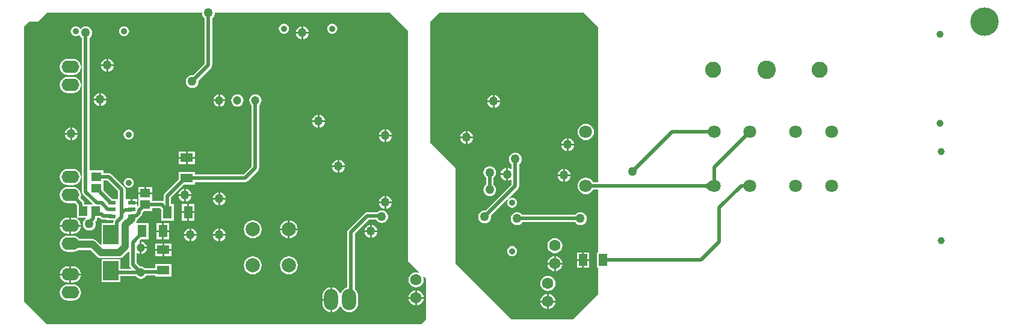
<source format=gbl>
G04*
G04 #@! TF.GenerationSoftware,Altium Limited,Altium Designer,20.0.10 (225)*
G04*
G04 Layer_Physical_Order=2*
G04 Layer_Color=16711680*
%FSLAX24Y24*%
%MOIN*%
G70*
G01*
G75*
%ADD18R,0.0472X0.0650*%
%ADD24R,0.0453X0.0531*%
%ADD27R,0.0551X0.0512*%
%ADD28R,0.0709X0.0512*%
%ADD70C,0.0200*%
%ADD71C,0.0500*%
%ADD75C,0.1575*%
%ADD76C,0.0630*%
%ADD77C,0.0354*%
%ADD78O,0.0787X0.1181*%
%ADD79O,0.0984X0.0689*%
%ADD80C,0.0394*%
%ADD81C,0.0787*%
%ADD82C,0.0472*%
%ADD83C,0.1024*%
%ADD84C,0.0886*%
%ADD85C,0.0709*%
%ADD86C,0.0500*%
%ADD87R,0.0866X0.1063*%
%ADD88R,0.0512X0.0709*%
%ADD89R,0.0394X0.0236*%
%ADD90C,0.0400*%
G36*
X31750Y26500D02*
Y13750D01*
X32365Y13135D01*
X32337Y13092D01*
X32308Y13104D01*
X32200Y13119D01*
X32092Y13104D01*
X31991Y13062D01*
X31904Y12996D01*
X31838Y12909D01*
X31796Y12808D01*
X31781Y12700D01*
X31796Y12592D01*
X31838Y12491D01*
X31904Y12404D01*
X31991Y12338D01*
X32092Y12296D01*
X32200Y12281D01*
X32308Y12296D01*
X32409Y12338D01*
X32496Y12404D01*
X32562Y12491D01*
X32604Y12592D01*
X32619Y12700D01*
X32604Y12808D01*
X32592Y12837D01*
X32635Y12865D01*
X32750Y12750D01*
Y10500D01*
X32500Y10250D01*
X11750D01*
X10500Y11500D01*
Y26750D01*
X10750Y27000D01*
X11250D01*
X11750Y27500D01*
X20347D01*
X20359Y27409D01*
X20394Y27323D01*
X20450Y27250D01*
X20496Y27215D01*
Y24684D01*
X19857Y24046D01*
X19800Y24053D01*
X19709Y24041D01*
X19623Y24006D01*
X19550Y23950D01*
X19494Y23877D01*
X19459Y23791D01*
X19447Y23700D01*
X19459Y23609D01*
X19494Y23523D01*
X19550Y23450D01*
X19623Y23394D01*
X19709Y23359D01*
X19800Y23347D01*
X19891Y23359D01*
X19977Y23394D01*
X20050Y23450D01*
X20106Y23523D01*
X20141Y23609D01*
X20153Y23700D01*
X20145Y23757D01*
X20844Y24456D01*
X20888Y24522D01*
X20904Y24600D01*
Y27215D01*
X20950Y27250D01*
X21006Y27323D01*
X21041Y27409D01*
X21053Y27500D01*
X30750D01*
X31750Y26500D01*
D02*
G37*
G36*
X48154Y18010D02*
X48185Y18011D01*
X48216Y18016D01*
X48246Y18023D01*
X48276Y18033D01*
X48307Y18047D01*
X48337Y18063D01*
X48367Y18082D01*
X48397Y18104D01*
X48427Y18128D01*
X48456Y18156D01*
X48448Y17660D01*
X48419Y17689D01*
X48391Y17714D01*
X48362Y17737D01*
X48332Y17756D01*
X48303Y17773D01*
X48273Y17786D01*
X48243Y17797D01*
X48212Y17804D01*
X48182Y17809D01*
X48151Y17810D01*
X48154Y18010D01*
D02*
G37*
G36*
X42300Y26700D02*
Y18108D01*
X42006D01*
X41996Y18133D01*
X41923Y18228D01*
X41828Y18301D01*
X41717Y18347D01*
X41599Y18362D01*
X41480Y18347D01*
X41370Y18301D01*
X41275Y18228D01*
X41202Y18133D01*
X41156Y18023D01*
X41141Y17904D01*
X41156Y17785D01*
X41202Y17675D01*
X41275Y17580D01*
X41370Y17507D01*
X41480Y17461D01*
X41599Y17446D01*
X41717Y17461D01*
X41828Y17507D01*
X41923Y17580D01*
X41996Y17675D01*
X42006Y17700D01*
X42300D01*
Y14225D01*
X42215D01*
Y13375D01*
X42300D01*
Y11900D01*
X40900Y10500D01*
X37500D01*
X34400Y13600D01*
Y18900D01*
X33000Y20300D01*
Y27000D01*
X33500Y27500D01*
X41500D01*
X42300Y26700D01*
D02*
G37*
%LPC*%
G36*
X25950Y26746D02*
Y26450D01*
X26246D01*
X26241Y26491D01*
X26206Y26577D01*
X26150Y26650D01*
X26077Y26706D01*
X25991Y26741D01*
X25950Y26746D01*
D02*
G37*
G36*
X25850D02*
X25809Y26741D01*
X25723Y26706D01*
X25650Y26650D01*
X25594Y26577D01*
X25559Y26491D01*
X25554Y26450D01*
X25850D01*
Y26746D01*
D02*
G37*
G36*
X27556Y26902D02*
X27484Y26892D01*
X27417Y26864D01*
X27359Y26820D01*
X27314Y26762D01*
X27286Y26695D01*
X27277Y26622D01*
X27286Y26550D01*
X27314Y26482D01*
X27359Y26424D01*
X27417Y26380D01*
X27484Y26352D01*
X27556Y26343D01*
X27629Y26352D01*
X27696Y26380D01*
X27754Y26424D01*
X27799Y26482D01*
X27826Y26550D01*
X27836Y26622D01*
X27826Y26695D01*
X27799Y26762D01*
X27754Y26820D01*
X27696Y26864D01*
X27629Y26892D01*
X27556Y26902D01*
D02*
G37*
G36*
X24879D02*
X24807Y26892D01*
X24740Y26864D01*
X24682Y26820D01*
X24637Y26762D01*
X24609Y26695D01*
X24600Y26622D01*
X24609Y26550D01*
X24637Y26482D01*
X24682Y26424D01*
X24740Y26380D01*
X24807Y26352D01*
X24879Y26343D01*
X24952Y26352D01*
X25019Y26380D01*
X25077Y26424D01*
X25121Y26482D01*
X25149Y26550D01*
X25159Y26622D01*
X25149Y26695D01*
X25121Y26762D01*
X25077Y26820D01*
X25019Y26864D01*
X24952Y26892D01*
X24879Y26902D01*
D02*
G37*
G36*
X16021Y26760D02*
X15949Y26750D01*
X15881Y26722D01*
X15824Y26678D01*
X15779Y26620D01*
X15751Y26552D01*
X15742Y26480D01*
X15751Y26408D01*
X15779Y26340D01*
X15824Y26282D01*
X15881Y26238D01*
X15949Y26210D01*
X16021Y26200D01*
X16094Y26210D01*
X16161Y26238D01*
X16219Y26282D01*
X16263Y26340D01*
X16291Y26408D01*
X16301Y26480D01*
X16291Y26552D01*
X16263Y26620D01*
X16219Y26678D01*
X16161Y26722D01*
X16094Y26750D01*
X16021Y26760D01*
D02*
G37*
G36*
X26246Y26350D02*
X25950D01*
Y26054D01*
X25991Y26059D01*
X26077Y26094D01*
X26150Y26150D01*
X26206Y26223D01*
X26241Y26309D01*
X26246Y26350D01*
D02*
G37*
G36*
X25850D02*
X25554D01*
X25559Y26309D01*
X25594Y26223D01*
X25650Y26150D01*
X25723Y26094D01*
X25809Y26059D01*
X25850Y26054D01*
Y26350D01*
D02*
G37*
G36*
X15150Y24946D02*
Y24650D01*
X15446D01*
X15441Y24691D01*
X15406Y24777D01*
X15350Y24850D01*
X15277Y24906D01*
X15191Y24941D01*
X15150Y24946D01*
D02*
G37*
G36*
X15050D02*
X15009Y24941D01*
X14923Y24906D01*
X14850Y24850D01*
X14794Y24777D01*
X14759Y24691D01*
X14754Y24650D01*
X15050D01*
Y24946D01*
D02*
G37*
G36*
X15446Y24550D02*
X15150D01*
Y24254D01*
X15191Y24259D01*
X15277Y24294D01*
X15350Y24350D01*
X15406Y24423D01*
X15441Y24509D01*
X15446Y24550D01*
D02*
G37*
G36*
X15050D02*
X14754D01*
X14759Y24509D01*
X14794Y24423D01*
X14850Y24350D01*
X14923Y24294D01*
X15009Y24259D01*
X15050Y24254D01*
Y24550D01*
D02*
G37*
G36*
X13198Y24948D02*
X12902D01*
X12786Y24933D01*
X12678Y24888D01*
X12585Y24817D01*
X12514Y24724D01*
X12469Y24616D01*
X12454Y24500D01*
X12469Y24384D01*
X12514Y24276D01*
X12585Y24183D01*
X12678Y24112D01*
X12786Y24067D01*
X12902Y24052D01*
X13198D01*
X13314Y24067D01*
X13422Y24112D01*
X13515Y24183D01*
X13586Y24276D01*
X13631Y24384D01*
X13646Y24500D01*
X13631Y24616D01*
X13586Y24724D01*
X13515Y24817D01*
X13422Y24888D01*
X13314Y24933D01*
X13198Y24948D01*
D02*
G37*
G36*
Y23948D02*
X12902D01*
X12786Y23933D01*
X12678Y23888D01*
X12585Y23817D01*
X12514Y23724D01*
X12469Y23616D01*
X12454Y23500D01*
X12469Y23384D01*
X12514Y23276D01*
X12585Y23183D01*
X12678Y23112D01*
X12786Y23067D01*
X12902Y23052D01*
X13198D01*
X13314Y23067D01*
X13422Y23112D01*
X13515Y23183D01*
X13586Y23276D01*
X13631Y23384D01*
X13646Y23500D01*
X13631Y23616D01*
X13586Y23724D01*
X13515Y23817D01*
X13422Y23888D01*
X13314Y23933D01*
X13198Y23948D01*
D02*
G37*
G36*
X14750Y23046D02*
Y22750D01*
X15046D01*
X15041Y22791D01*
X15006Y22877D01*
X14950Y22950D01*
X14877Y23006D01*
X14791Y23041D01*
X14750Y23046D01*
D02*
G37*
G36*
X14650D02*
X14609Y23041D01*
X14523Y23006D01*
X14450Y22950D01*
X14394Y22877D01*
X14359Y22791D01*
X14354Y22750D01*
X14650D01*
Y23046D01*
D02*
G37*
G36*
X21350Y22983D02*
Y22700D01*
X21633D01*
X21628Y22738D01*
X21594Y22820D01*
X21540Y22890D01*
X21470Y22944D01*
X21388Y22978D01*
X21350Y22983D01*
D02*
G37*
G36*
X21250D02*
X21212Y22978D01*
X21130Y22944D01*
X21060Y22890D01*
X21006Y22820D01*
X20972Y22738D01*
X20967Y22700D01*
X21250D01*
Y22983D01*
D02*
G37*
G36*
X15046Y22650D02*
X14750D01*
Y22354D01*
X14791Y22359D01*
X14877Y22394D01*
X14950Y22450D01*
X15006Y22523D01*
X15041Y22609D01*
X15046Y22650D01*
D02*
G37*
G36*
X14650D02*
X14354D01*
X14359Y22609D01*
X14394Y22523D01*
X14450Y22450D01*
X14523Y22394D01*
X14609Y22359D01*
X14650Y22354D01*
Y22650D01*
D02*
G37*
G36*
X21633Y22600D02*
X21350D01*
Y22317D01*
X21388Y22322D01*
X21470Y22356D01*
X21540Y22410D01*
X21594Y22480D01*
X21628Y22562D01*
X21633Y22600D01*
D02*
G37*
G36*
X21250D02*
X20967D01*
X20972Y22562D01*
X21006Y22480D01*
X21060Y22410D01*
X21130Y22356D01*
X21212Y22322D01*
X21250Y22317D01*
Y22600D01*
D02*
G37*
G36*
X22300Y22989D02*
X22212Y22978D01*
X22130Y22944D01*
X22060Y22890D01*
X22006Y22820D01*
X21972Y22738D01*
X21961Y22650D01*
X21972Y22562D01*
X22006Y22480D01*
X22060Y22410D01*
X22130Y22356D01*
X22212Y22322D01*
X22300Y22311D01*
X22388Y22322D01*
X22470Y22356D01*
X22540Y22410D01*
X22594Y22480D01*
X22628Y22562D01*
X22639Y22650D01*
X22628Y22738D01*
X22594Y22820D01*
X22540Y22890D01*
X22470Y22944D01*
X22388Y22978D01*
X22300Y22989D01*
D02*
G37*
G36*
X26850Y21846D02*
Y21550D01*
X27146D01*
X27141Y21591D01*
X27106Y21677D01*
X27050Y21750D01*
X26977Y21806D01*
X26891Y21841D01*
X26850Y21846D01*
D02*
G37*
G36*
X26750D02*
X26709Y21841D01*
X26623Y21806D01*
X26550Y21750D01*
X26494Y21677D01*
X26459Y21591D01*
X26454Y21550D01*
X26750D01*
Y21846D01*
D02*
G37*
G36*
X27146Y21450D02*
X26850D01*
Y21154D01*
X26891Y21159D01*
X26977Y21194D01*
X27050Y21250D01*
X27106Y21323D01*
X27141Y21409D01*
X27146Y21450D01*
D02*
G37*
G36*
X26750D02*
X26454D01*
X26459Y21409D01*
X26494Y21323D01*
X26550Y21250D01*
X26623Y21194D01*
X26709Y21159D01*
X26750Y21154D01*
Y21450D01*
D02*
G37*
G36*
X13150Y21146D02*
Y20850D01*
X13446D01*
X13441Y20891D01*
X13406Y20977D01*
X13350Y21050D01*
X13277Y21106D01*
X13191Y21141D01*
X13150Y21146D01*
D02*
G37*
G36*
X13050D02*
X13009Y21141D01*
X12923Y21106D01*
X12850Y21050D01*
X12794Y20977D01*
X12759Y20891D01*
X12754Y20850D01*
X13050D01*
Y21146D01*
D02*
G37*
G36*
X30550Y21046D02*
Y20750D01*
X30846D01*
X30841Y20791D01*
X30806Y20877D01*
X30750Y20950D01*
X30677Y21006D01*
X30591Y21041D01*
X30550Y21046D01*
D02*
G37*
G36*
X30450D02*
X30409Y21041D01*
X30323Y21006D01*
X30250Y20950D01*
X30194Y20877D01*
X30159Y20791D01*
X30154Y20750D01*
X30450D01*
Y21046D01*
D02*
G37*
G36*
X16280Y21035D02*
X16208Y21026D01*
X16140Y20998D01*
X16082Y20954D01*
X16038Y20896D01*
X16010Y20828D01*
X16000Y20756D01*
X16010Y20684D01*
X16038Y20616D01*
X16082Y20558D01*
X16140Y20514D01*
X16208Y20486D01*
X16280Y20476D01*
X16352Y20486D01*
X16420Y20514D01*
X16478Y20558D01*
X16522Y20616D01*
X16550Y20684D01*
X16560Y20756D01*
X16550Y20828D01*
X16522Y20896D01*
X16478Y20954D01*
X16420Y20998D01*
X16352Y21026D01*
X16280Y21035D01*
D02*
G37*
G36*
X13446Y20750D02*
X13150D01*
Y20454D01*
X13191Y20459D01*
X13277Y20494D01*
X13350Y20550D01*
X13406Y20623D01*
X13441Y20709D01*
X13446Y20750D01*
D02*
G37*
G36*
X13050D02*
X12754D01*
X12759Y20709D01*
X12794Y20623D01*
X12850Y20550D01*
X12923Y20494D01*
X13009Y20459D01*
X13050Y20454D01*
Y20750D01*
D02*
G37*
G36*
X30846Y20650D02*
X30550D01*
Y20354D01*
X30591Y20359D01*
X30677Y20394D01*
X30750Y20450D01*
X30806Y20523D01*
X30841Y20609D01*
X30846Y20650D01*
D02*
G37*
G36*
X30450D02*
X30154D01*
X30159Y20609D01*
X30194Y20523D01*
X30250Y20450D01*
X30323Y20394D01*
X30409Y20359D01*
X30450Y20354D01*
Y20650D01*
D02*
G37*
G36*
X19954Y19827D02*
X19550D01*
Y19521D01*
X19954D01*
Y19827D01*
D02*
G37*
G36*
X19450D02*
X19046D01*
Y19521D01*
X19450D01*
Y19827D01*
D02*
G37*
G36*
X19954Y19421D02*
X19550D01*
Y19115D01*
X19954D01*
Y19421D01*
D02*
G37*
G36*
X19450D02*
X19046D01*
Y19115D01*
X19450D01*
Y19421D01*
D02*
G37*
G36*
X27950Y19346D02*
Y19050D01*
X28246D01*
X28241Y19091D01*
X28206Y19177D01*
X28150Y19250D01*
X28077Y19306D01*
X27991Y19341D01*
X27950Y19346D01*
D02*
G37*
G36*
X27850D02*
X27809Y19341D01*
X27723Y19306D01*
X27650Y19250D01*
X27594Y19177D01*
X27559Y19091D01*
X27554Y19050D01*
X27850D01*
Y19346D01*
D02*
G37*
G36*
X28246Y18950D02*
X27950D01*
Y18654D01*
X27991Y18659D01*
X28077Y18694D01*
X28150Y18750D01*
X28206Y18823D01*
X28241Y18909D01*
X28246Y18950D01*
D02*
G37*
G36*
X27850D02*
X27554D01*
X27559Y18909D01*
X27594Y18823D01*
X27650Y18750D01*
X27723Y18694D01*
X27809Y18659D01*
X27850Y18654D01*
Y18950D01*
D02*
G37*
G36*
X13198Y18848D02*
X12902D01*
X12786Y18833D01*
X12678Y18788D01*
X12585Y18717D01*
X12514Y18624D01*
X12469Y18516D01*
X12454Y18400D01*
X12469Y18284D01*
X12514Y18176D01*
X12585Y18083D01*
X12678Y18012D01*
X12786Y17967D01*
X12902Y17952D01*
X13198D01*
X13314Y17967D01*
X13422Y18012D01*
X13515Y18083D01*
X13586Y18176D01*
X13631Y18284D01*
X13646Y18400D01*
X13631Y18516D01*
X13586Y18624D01*
X13515Y18717D01*
X13422Y18788D01*
X13314Y18833D01*
X13198Y18848D01*
D02*
G37*
G36*
X16280Y18358D02*
X16208Y18349D01*
X16140Y18321D01*
X16082Y18276D01*
X16038Y18219D01*
X16010Y18151D01*
X16000Y18079D01*
X16010Y18006D01*
X16038Y17939D01*
X16082Y17881D01*
X16140Y17837D01*
X16208Y17809D01*
X16280Y17799D01*
X16352Y17809D01*
X16420Y17837D01*
X16478Y17881D01*
X16522Y17939D01*
X16550Y18006D01*
X16560Y18079D01*
X16550Y18151D01*
X16522Y18219D01*
X16478Y18276D01*
X16420Y18321D01*
X16352Y18349D01*
X16280Y18358D01*
D02*
G37*
G36*
X17576Y17856D02*
X17250D01*
Y17550D01*
X17576D01*
Y17856D01*
D02*
G37*
G36*
X17150D02*
X16824D01*
Y17550D01*
X17150D01*
Y17856D01*
D02*
G37*
G36*
X19450Y17746D02*
Y17450D01*
X19746D01*
X19741Y17491D01*
X19706Y17577D01*
X19650Y17650D01*
X19577Y17706D01*
X19491Y17741D01*
X19450Y17746D01*
D02*
G37*
G36*
X19350D02*
X19309Y17741D01*
X19223Y17706D01*
X19150Y17650D01*
X19094Y17577D01*
X19059Y17491D01*
X19054Y17450D01*
X19350D01*
Y17746D01*
D02*
G37*
G36*
X21350Y17546D02*
Y17250D01*
X21646D01*
X21641Y17291D01*
X21606Y17377D01*
X21550Y17450D01*
X21477Y17506D01*
X21391Y17541D01*
X21350Y17546D01*
D02*
G37*
G36*
X21250D02*
X21209Y17541D01*
X21123Y17506D01*
X21050Y17450D01*
X20994Y17377D01*
X20959Y17291D01*
X20954Y17250D01*
X21250D01*
Y17546D01*
D02*
G37*
G36*
X19746Y17350D02*
X19450D01*
Y17054D01*
X19491Y17059D01*
X19577Y17094D01*
X19650Y17150D01*
X19706Y17223D01*
X19741Y17309D01*
X19746Y17350D01*
D02*
G37*
G36*
X19350D02*
X19054D01*
X19059Y17309D01*
X19094Y17223D01*
X19150Y17150D01*
X19223Y17094D01*
X19309Y17059D01*
X19350Y17054D01*
Y17350D01*
D02*
G37*
G36*
X30550Y17346D02*
Y17050D01*
X30846D01*
X30841Y17091D01*
X30806Y17177D01*
X30750Y17250D01*
X30677Y17306D01*
X30591Y17341D01*
X30550Y17346D01*
D02*
G37*
G36*
X30450D02*
X30409Y17341D01*
X30323Y17306D01*
X30250Y17250D01*
X30194Y17177D01*
X30159Y17091D01*
X30154Y17050D01*
X30450D01*
Y17346D01*
D02*
G37*
G36*
X16738Y17192D02*
X16491D01*
Y17024D01*
X16738D01*
Y17192D01*
D02*
G37*
G36*
X13344Y26760D02*
X13272Y26750D01*
X13204Y26722D01*
X13146Y26678D01*
X13102Y26620D01*
X13074Y26552D01*
X13065Y26480D01*
X13074Y26408D01*
X13102Y26340D01*
X13146Y26282D01*
X13204Y26238D01*
X13272Y26210D01*
X13344Y26200D01*
X13416Y26210D01*
X13484Y26238D01*
X13522Y26267D01*
X13580Y26257D01*
X13594Y26223D01*
X13650Y26150D01*
X13696Y26115D01*
Y17571D01*
X13712Y17493D01*
X13756Y17427D01*
X14270Y16912D01*
X14251Y16866D01*
X14132D01*
X14118Y16866D01*
Y16866D01*
X14082D01*
Y16866D01*
X13833D01*
Y16920D01*
X13833Y16920D01*
X13818Y16998D01*
X13773Y17064D01*
X13773Y17064D01*
X13608Y17229D01*
X13631Y17284D01*
X13646Y17400D01*
X13631Y17516D01*
X13586Y17624D01*
X13515Y17717D01*
X13422Y17788D01*
X13314Y17833D01*
X13198Y17848D01*
X12902D01*
X12786Y17833D01*
X12678Y17788D01*
X12585Y17717D01*
X12514Y17624D01*
X12469Y17516D01*
X12454Y17400D01*
X12469Y17284D01*
X12514Y17176D01*
X12585Y17083D01*
X12678Y17012D01*
X12786Y16967D01*
X12902Y16952D01*
X13198D01*
X13296Y16965D01*
X13425Y16836D01*
Y16626D01*
X13429Y16607D01*
Y16181D01*
X13429Y16139D01*
X13393Y16100D01*
X13376Y16107D01*
X13314Y16133D01*
X13198Y16148D01*
X13100D01*
Y15750D01*
X13639D01*
X13631Y15816D01*
X13586Y15924D01*
X13515Y16017D01*
X13422Y16088D01*
X13441Y16134D01*
X13476Y16134D01*
X13476Y16134D01*
X13477Y16134D01*
X13879D01*
X13896Y16084D01*
X13850Y16050D01*
X13794Y15977D01*
X13759Y15891D01*
X13747Y15800D01*
X13759Y15709D01*
X13794Y15623D01*
X13850Y15550D01*
X13923Y15494D01*
X14009Y15459D01*
X14100Y15447D01*
X14191Y15459D01*
X14277Y15494D01*
X14350Y15550D01*
X14406Y15623D01*
X14441Y15709D01*
X14453Y15800D01*
X14441Y15891D01*
X14429Y15921D01*
X14462Y15955D01*
X14507Y16021D01*
X14522Y16099D01*
X14571Y16130D01*
X14687D01*
X14718Y16100D01*
X14784Y16056D01*
X14862Y16040D01*
X15062D01*
Y16008D01*
X15407D01*
X15440Y15958D01*
X15429Y15903D01*
Y15835D01*
X14767D01*
Y14675D01*
X14721Y14656D01*
X14499Y14878D01*
X14436Y14926D01*
X14363Y14956D01*
X14285Y14966D01*
X13553D01*
X13515Y15017D01*
X13422Y15088D01*
X13314Y15133D01*
X13198Y15148D01*
X12902D01*
X12786Y15133D01*
X12678Y15088D01*
X12585Y15017D01*
X12514Y14924D01*
X12469Y14816D01*
X12454Y14700D01*
X12469Y14584D01*
X12514Y14476D01*
X12585Y14383D01*
X12678Y14312D01*
X12786Y14267D01*
X12902Y14252D01*
X13198D01*
X13314Y14267D01*
X13422Y14312D01*
X13486Y14361D01*
X14160D01*
X14535Y13986D01*
X14535Y13986D01*
X14597Y13938D01*
X14670Y13908D01*
X14749Y13897D01*
X14749Y13897D01*
X15756D01*
X15834Y13908D01*
X15907Y13938D01*
X15970Y13986D01*
X16264Y14280D01*
X16310Y14261D01*
Y13536D01*
X16325Y13458D01*
X16370Y13392D01*
X16411Y13350D01*
X16392Y13304D01*
X15833D01*
Y13828D01*
X14767D01*
Y12565D01*
X15833D01*
Y12896D01*
X16683D01*
X16710Y12860D01*
X16780Y12806D01*
X16862Y12772D01*
X16950Y12761D01*
X17038Y12772D01*
X17120Y12806D01*
X17190Y12860D01*
X17244Y12930D01*
X17251Y12948D01*
X17746D01*
Y12873D01*
X18654D01*
Y13585D01*
X17746D01*
Y13356D01*
X17169D01*
X17120Y13394D01*
X17038Y13428D01*
X16950Y13439D01*
X16905Y13433D01*
X16718Y13621D01*
Y14176D01*
X16763Y14198D01*
X16780Y14184D01*
X16862Y14150D01*
X16900Y14145D01*
Y14478D01*
Y14811D01*
X16897Y14810D01*
X16873Y14857D01*
X16962Y14946D01*
X17385D01*
Y15854D01*
X16714D01*
X16689Y15904D01*
X16703Y15923D01*
X16734Y15996D01*
X16735Y16008D01*
X16738D01*
Y16031D01*
X16741Y16052D01*
X16761Y16056D01*
X16827Y16100D01*
X16982Y16255D01*
X17027Y16321D01*
X17042Y16399D01*
X17042Y16399D01*
Y16443D01*
X17113Y16514D01*
X17576D01*
Y16666D01*
X18018D01*
X18073Y16611D01*
Y15991D01*
X18785D01*
Y16899D01*
X18633D01*
Y17272D01*
X19334Y17973D01*
X19954D01*
Y18125D01*
X22729D01*
X22807Y18141D01*
X22873Y18185D01*
X23444Y18756D01*
X23444Y18756D01*
X23488Y18822D01*
X23504Y18900D01*
Y22383D01*
X23540Y22410D01*
X23594Y22480D01*
X23628Y22562D01*
X23639Y22650D01*
X23628Y22738D01*
X23594Y22820D01*
X23540Y22890D01*
X23470Y22944D01*
X23388Y22978D01*
X23300Y22989D01*
X23212Y22978D01*
X23130Y22944D01*
X23060Y22890D01*
X23006Y22820D01*
X22972Y22738D01*
X22961Y22650D01*
X22972Y22562D01*
X23006Y22480D01*
X23060Y22410D01*
X23096Y22383D01*
Y18984D01*
X22645Y18533D01*
X19954D01*
Y18685D01*
X19046D01*
Y18262D01*
X18285Y17501D01*
X18241Y17435D01*
X18225Y17357D01*
Y17082D01*
X18190Y17063D01*
X18175Y17060D01*
X18102Y17074D01*
X17576D01*
Y17450D01*
X17200D01*
X16824D01*
Y17144D01*
Y16803D01*
X16788Y16766D01*
X16738Y16787D01*
Y16924D01*
X16441D01*
Y16974D01*
X16391D01*
Y17192D01*
X16144D01*
X16104Y17215D01*
Y17700D01*
X16088Y17778D01*
X16044Y17844D01*
X15329Y18559D01*
X15263Y18603D01*
X15185Y18619D01*
X14876D01*
Y18771D01*
X14124D01*
X14104Y18812D01*
Y26115D01*
X14150Y26150D01*
X14206Y26223D01*
X14241Y26309D01*
X14253Y26400D01*
X14241Y26491D01*
X14206Y26577D01*
X14150Y26650D01*
X14077Y26706D01*
X13991Y26741D01*
X13900Y26753D01*
X13809Y26741D01*
X13723Y26706D01*
X13650Y26650D01*
X13632Y26626D01*
X13575Y26634D01*
X13542Y26678D01*
X13484Y26722D01*
X13416Y26750D01*
X13344Y26760D01*
D02*
G37*
G36*
X21646Y17150D02*
X21350D01*
Y16854D01*
X21391Y16859D01*
X21477Y16894D01*
X21550Y16950D01*
X21606Y17023D01*
X21641Y17109D01*
X21646Y17150D01*
D02*
G37*
G36*
X21250D02*
X20954D01*
X20959Y17109D01*
X20994Y17023D01*
X21050Y16950D01*
X21123Y16894D01*
X21209Y16859D01*
X21250Y16854D01*
Y17150D01*
D02*
G37*
G36*
X30846Y16950D02*
X30550D01*
Y16654D01*
X30591Y16659D01*
X30677Y16694D01*
X30750Y16750D01*
X30806Y16823D01*
X30841Y16909D01*
X30846Y16950D01*
D02*
G37*
G36*
X30450D02*
X30154D01*
X30159Y16909D01*
X30194Y16823D01*
X30250Y16750D01*
X30323Y16694D01*
X30409Y16659D01*
X30450Y16654D01*
Y16950D01*
D02*
G37*
G36*
X19927Y16899D02*
X19621D01*
Y16495D01*
X19927D01*
Y16899D01*
D02*
G37*
G36*
X19521D02*
X19215D01*
Y16495D01*
X19521D01*
Y16899D01*
D02*
G37*
G36*
X19927Y16395D02*
X19621D01*
Y15991D01*
X19927D01*
Y16395D01*
D02*
G37*
G36*
X19521D02*
X19215D01*
Y15991D01*
X19521D01*
Y16395D01*
D02*
G37*
G36*
X30293Y16560D02*
X30202Y16548D01*
X30117Y16513D01*
X30043Y16457D01*
X30041Y16454D01*
X29500D01*
X29422Y16438D01*
X29356Y16394D01*
X28456Y15494D01*
X28412Y15428D01*
X28396Y15350D01*
Y12281D01*
X28371Y12278D01*
X28251Y12228D01*
X28148Y12149D01*
X28069Y12046D01*
X28027Y11945D01*
X27973D01*
X27931Y12046D01*
X27852Y12149D01*
X27749Y12228D01*
X27629Y12278D01*
X27550Y12288D01*
Y11600D01*
Y10912D01*
X27629Y10922D01*
X27749Y10972D01*
X27852Y11051D01*
X27931Y11154D01*
X27973Y11255D01*
X28027D01*
X28069Y11154D01*
X28148Y11051D01*
X28251Y10972D01*
X28371Y10922D01*
X28500Y10905D01*
X28629Y10922D01*
X28749Y10972D01*
X28852Y11051D01*
X28931Y11154D01*
X28981Y11274D01*
X28998Y11403D01*
Y11797D01*
X28981Y11926D01*
X28931Y12046D01*
X28852Y12149D01*
X28804Y12186D01*
Y15266D01*
X29584Y16046D01*
X29981D01*
X29987Y16030D01*
X30043Y15957D01*
X30117Y15901D01*
X30202Y15866D01*
X30293Y15854D01*
X30384Y15866D01*
X30470Y15901D01*
X30543Y15957D01*
X30599Y16030D01*
X30634Y16116D01*
X30646Y16207D01*
X30634Y16298D01*
X30599Y16383D01*
X30543Y16457D01*
X30470Y16513D01*
X30384Y16548D01*
X30293Y16560D01*
D02*
G37*
G36*
X13000Y16148D02*
X12902D01*
X12786Y16133D01*
X12678Y16088D01*
X12585Y16017D01*
X12514Y15924D01*
X12469Y15816D01*
X12461Y15750D01*
X13000D01*
Y16148D01*
D02*
G37*
G36*
X25200Y15991D02*
Y15550D01*
X25641D01*
X25631Y15629D01*
X25581Y15749D01*
X25502Y15852D01*
X25399Y15931D01*
X25279Y15981D01*
X25200Y15991D01*
D02*
G37*
G36*
X25100D02*
X25021Y15981D01*
X24901Y15931D01*
X24798Y15852D01*
X24719Y15749D01*
X24669Y15629D01*
X24659Y15550D01*
X25100D01*
Y15991D01*
D02*
G37*
G36*
X18527Y15854D02*
X18221D01*
Y15450D01*
X18527D01*
Y15854D01*
D02*
G37*
G36*
X29750Y15746D02*
Y15450D01*
X30046D01*
X30041Y15491D01*
X30006Y15577D01*
X29950Y15650D01*
X29877Y15706D01*
X29791Y15741D01*
X29750Y15746D01*
D02*
G37*
G36*
X29650D02*
X29609Y15741D01*
X29523Y15706D01*
X29450Y15650D01*
X29394Y15577D01*
X29359Y15491D01*
X29354Y15450D01*
X29650D01*
Y15746D01*
D02*
G37*
G36*
X18121Y15854D02*
X17815D01*
Y15450D01*
X18121D01*
Y15854D01*
D02*
G37*
G36*
X13639Y15650D02*
X13100D01*
Y15252D01*
X13198D01*
X13314Y15267D01*
X13422Y15312D01*
X13515Y15383D01*
X13586Y15476D01*
X13631Y15584D01*
X13639Y15650D01*
D02*
G37*
G36*
X13000D02*
X12461D01*
X12469Y15584D01*
X12514Y15476D01*
X12585Y15383D01*
X12678Y15312D01*
X12786Y15267D01*
X12902Y15252D01*
X13000D01*
Y15650D01*
D02*
G37*
G36*
X21350Y15546D02*
Y15250D01*
X21646D01*
X21641Y15291D01*
X21606Y15377D01*
X21550Y15450D01*
X21477Y15506D01*
X21391Y15541D01*
X21350Y15546D01*
D02*
G37*
G36*
X21250D02*
X21209Y15541D01*
X21123Y15506D01*
X21050Y15450D01*
X20994Y15377D01*
X20959Y15291D01*
X20954Y15250D01*
X21250D01*
Y15546D01*
D02*
G37*
G36*
X19750D02*
Y15250D01*
X20046D01*
X20041Y15291D01*
X20006Y15377D01*
X19950Y15450D01*
X19877Y15506D01*
X19791Y15541D01*
X19750Y15546D01*
D02*
G37*
G36*
X19650D02*
X19609Y15541D01*
X19523Y15506D01*
X19450Y15450D01*
X19394Y15377D01*
X19359Y15291D01*
X19354Y15250D01*
X19650D01*
Y15546D01*
D02*
G37*
G36*
X30046Y15350D02*
X29750D01*
Y15054D01*
X29791Y15059D01*
X29877Y15094D01*
X29950Y15150D01*
X30006Y15223D01*
X30041Y15309D01*
X30046Y15350D01*
D02*
G37*
G36*
X29650D02*
X29354D01*
X29359Y15309D01*
X29394Y15223D01*
X29450Y15150D01*
X29523Y15094D01*
X29609Y15059D01*
X29650Y15054D01*
Y15350D01*
D02*
G37*
G36*
X25641Y15450D02*
X25200D01*
Y15009D01*
X25279Y15019D01*
X25399Y15069D01*
X25502Y15148D01*
X25581Y15251D01*
X25631Y15371D01*
X25641Y15450D01*
D02*
G37*
G36*
X25100D02*
X24659D01*
X24669Y15371D01*
X24719Y15251D01*
X24798Y15148D01*
X24901Y15069D01*
X25021Y15019D01*
X25100Y15009D01*
Y15450D01*
D02*
G37*
G36*
X23150Y15998D02*
X23021Y15981D01*
X22901Y15931D01*
X22798Y15852D01*
X22719Y15749D01*
X22669Y15629D01*
X22652Y15500D01*
X22669Y15371D01*
X22719Y15251D01*
X22798Y15148D01*
X22901Y15069D01*
X23021Y15019D01*
X23150Y15002D01*
X23279Y15019D01*
X23399Y15069D01*
X23502Y15148D01*
X23581Y15251D01*
X23631Y15371D01*
X23648Y15500D01*
X23631Y15629D01*
X23581Y15749D01*
X23502Y15852D01*
X23399Y15931D01*
X23279Y15981D01*
X23150Y15998D01*
D02*
G37*
G36*
X18527Y15350D02*
X18221D01*
Y14946D01*
X18527D01*
Y15350D01*
D02*
G37*
G36*
X18121D02*
X17815D01*
Y14946D01*
X18121D01*
Y15350D01*
D02*
G37*
G36*
X21646Y15150D02*
X21350D01*
Y14854D01*
X21391Y14859D01*
X21477Y14894D01*
X21550Y14950D01*
X21606Y15023D01*
X21641Y15109D01*
X21646Y15150D01*
D02*
G37*
G36*
X21250D02*
X20954D01*
X20959Y15109D01*
X20994Y15023D01*
X21050Y14950D01*
X21123Y14894D01*
X21209Y14859D01*
X21250Y14854D01*
Y15150D01*
D02*
G37*
G36*
X20046D02*
X19750D01*
Y14854D01*
X19791Y14859D01*
X19877Y14894D01*
X19950Y14950D01*
X20006Y15023D01*
X20041Y15109D01*
X20046Y15150D01*
D02*
G37*
G36*
X19650D02*
X19354D01*
X19359Y15109D01*
X19394Y15023D01*
X19450Y14950D01*
X19523Y14894D01*
X19609Y14859D01*
X19650Y14854D01*
Y15150D01*
D02*
G37*
G36*
X17000Y14811D02*
Y14528D01*
X17283D01*
X17278Y14566D01*
X17244Y14648D01*
X17190Y14718D01*
X17120Y14772D01*
X17038Y14806D01*
X17000Y14811D01*
D02*
G37*
G36*
X18654Y14727D02*
X18250D01*
Y14421D01*
X18654D01*
Y14727D01*
D02*
G37*
G36*
X18150D02*
X17746D01*
Y14421D01*
X18150D01*
Y14727D01*
D02*
G37*
G36*
X17283Y14428D02*
X17000D01*
Y14145D01*
X17038Y14150D01*
X17120Y14184D01*
X17190Y14238D01*
X17244Y14308D01*
X17278Y14390D01*
X17283Y14428D01*
D02*
G37*
G36*
X18654Y14321D02*
X18250D01*
Y14015D01*
X18654D01*
Y14321D01*
D02*
G37*
G36*
X18150D02*
X17746D01*
Y14015D01*
X18150D01*
Y14321D01*
D02*
G37*
G36*
X13198Y13448D02*
X13100D01*
Y13050D01*
X13639D01*
X13631Y13116D01*
X13586Y13224D01*
X13515Y13317D01*
X13422Y13388D01*
X13314Y13433D01*
X13198Y13448D01*
D02*
G37*
G36*
X13000D02*
X12902D01*
X12786Y13433D01*
X12678Y13388D01*
X12585Y13317D01*
X12514Y13224D01*
X12469Y13116D01*
X12461Y13050D01*
X13000D01*
Y13448D01*
D02*
G37*
G36*
X25150Y13998D02*
X25021Y13981D01*
X24901Y13931D01*
X24798Y13852D01*
X24719Y13749D01*
X24669Y13629D01*
X24652Y13500D01*
X24669Y13371D01*
X24719Y13251D01*
X24798Y13148D01*
X24901Y13069D01*
X25021Y13019D01*
X25150Y13002D01*
X25279Y13019D01*
X25399Y13069D01*
X25502Y13148D01*
X25581Y13251D01*
X25631Y13371D01*
X25648Y13500D01*
X25631Y13629D01*
X25581Y13749D01*
X25502Y13852D01*
X25399Y13931D01*
X25279Y13981D01*
X25150Y13998D01*
D02*
G37*
G36*
X23150D02*
X23021Y13981D01*
X22901Y13931D01*
X22798Y13852D01*
X22719Y13749D01*
X22669Y13629D01*
X22652Y13500D01*
X22669Y13371D01*
X22719Y13251D01*
X22798Y13148D01*
X22901Y13069D01*
X23021Y13019D01*
X23150Y13002D01*
X23279Y13019D01*
X23399Y13069D01*
X23502Y13148D01*
X23581Y13251D01*
X23631Y13371D01*
X23648Y13500D01*
X23631Y13629D01*
X23581Y13749D01*
X23502Y13852D01*
X23399Y13931D01*
X23279Y13981D01*
X23150Y13998D01*
D02*
G37*
G36*
X13639Y12950D02*
X13100D01*
Y12552D01*
X13198D01*
X13314Y12567D01*
X13422Y12612D01*
X13515Y12683D01*
X13586Y12776D01*
X13631Y12884D01*
X13639Y12950D01*
D02*
G37*
G36*
X13000D02*
X12461D01*
X12469Y12884D01*
X12514Y12776D01*
X12585Y12683D01*
X12678Y12612D01*
X12786Y12567D01*
X12902Y12552D01*
X13000D01*
Y12950D01*
D02*
G37*
G36*
X32250Y12112D02*
Y11750D01*
X32612D01*
X32604Y11808D01*
X32562Y11909D01*
X32496Y11996D01*
X32409Y12062D01*
X32308Y12104D01*
X32250Y12112D01*
D02*
G37*
G36*
X32150D02*
X32092Y12104D01*
X31991Y12062D01*
X31904Y11996D01*
X31838Y11909D01*
X31796Y11808D01*
X31788Y11750D01*
X32150D01*
Y12112D01*
D02*
G37*
G36*
X27450Y12288D02*
X27371Y12278D01*
X27251Y12228D01*
X27148Y12149D01*
X27069Y12046D01*
X27019Y11926D01*
X27002Y11797D01*
Y11650D01*
X27450D01*
Y12288D01*
D02*
G37*
G36*
X13198Y12448D02*
X12902D01*
X12786Y12433D01*
X12678Y12388D01*
X12585Y12317D01*
X12514Y12224D01*
X12469Y12116D01*
X12454Y12000D01*
X12469Y11884D01*
X12514Y11776D01*
X12585Y11683D01*
X12678Y11612D01*
X12786Y11567D01*
X12902Y11552D01*
X13198D01*
X13314Y11567D01*
X13422Y11612D01*
X13515Y11683D01*
X13586Y11776D01*
X13631Y11884D01*
X13646Y12000D01*
X13631Y12116D01*
X13586Y12224D01*
X13515Y12317D01*
X13422Y12388D01*
X13314Y12433D01*
X13198Y12448D01*
D02*
G37*
G36*
X32612Y11650D02*
X32250D01*
Y11288D01*
X32308Y11296D01*
X32409Y11338D01*
X32496Y11404D01*
X32562Y11491D01*
X32604Y11592D01*
X32612Y11650D01*
D02*
G37*
G36*
X32150D02*
X31788D01*
X31796Y11592D01*
X31838Y11491D01*
X31904Y11404D01*
X31991Y11338D01*
X32092Y11296D01*
X32150Y11288D01*
Y11650D01*
D02*
G37*
G36*
X27450Y11550D02*
X27002D01*
Y11403D01*
X27019Y11274D01*
X27069Y11154D01*
X27148Y11051D01*
X27251Y10972D01*
X27371Y10922D01*
X27450Y10912D01*
Y11550D01*
D02*
G37*
%LPD*%
G36*
X15696Y17616D02*
Y17215D01*
X15656Y17192D01*
X15350D01*
X14876Y17667D01*
Y18211D01*
X15101D01*
X15696Y17616D01*
D02*
G37*
%LPC*%
G36*
X36550Y22946D02*
Y22650D01*
X36846D01*
X36841Y22691D01*
X36806Y22777D01*
X36750Y22850D01*
X36677Y22906D01*
X36591Y22941D01*
X36550Y22946D01*
D02*
G37*
G36*
X36450D02*
X36409Y22941D01*
X36323Y22906D01*
X36250Y22850D01*
X36194Y22777D01*
X36159Y22691D01*
X36154Y22650D01*
X36450D01*
Y22946D01*
D02*
G37*
G36*
X36846Y22550D02*
X36550D01*
Y22254D01*
X36591Y22259D01*
X36677Y22294D01*
X36750Y22350D01*
X36806Y22423D01*
X36841Y22509D01*
X36846Y22550D01*
D02*
G37*
G36*
X36450D02*
X36154D01*
X36159Y22509D01*
X36194Y22423D01*
X36250Y22350D01*
X36323Y22294D01*
X36409Y22259D01*
X36450Y22254D01*
Y22550D01*
D02*
G37*
G36*
X35050Y20946D02*
Y20650D01*
X35346D01*
X35341Y20691D01*
X35306Y20777D01*
X35250Y20850D01*
X35177Y20906D01*
X35091Y20941D01*
X35050Y20946D01*
D02*
G37*
G36*
X34950D02*
X34909Y20941D01*
X34823Y20906D01*
X34750Y20850D01*
X34694Y20777D01*
X34659Y20691D01*
X34654Y20650D01*
X34950D01*
Y20946D01*
D02*
G37*
G36*
X41599Y21354D02*
X41480Y21339D01*
X41370Y21293D01*
X41275Y21220D01*
X41202Y21125D01*
X41156Y21015D01*
X41141Y20896D01*
X41156Y20777D01*
X41202Y20667D01*
X41275Y20572D01*
X41370Y20499D01*
X41480Y20453D01*
X41599Y20438D01*
X41717Y20453D01*
X41828Y20499D01*
X41923Y20572D01*
X41996Y20667D01*
X42041Y20777D01*
X42057Y20896D01*
X42041Y21015D01*
X41996Y21125D01*
X41923Y21220D01*
X41828Y21293D01*
X41717Y21339D01*
X41599Y21354D01*
D02*
G37*
G36*
X35346Y20550D02*
X35050D01*
Y20254D01*
X35091Y20259D01*
X35177Y20294D01*
X35250Y20350D01*
X35306Y20423D01*
X35341Y20509D01*
X35346Y20550D01*
D02*
G37*
G36*
X34950D02*
X34654D01*
X34659Y20509D01*
X34694Y20423D01*
X34750Y20350D01*
X34823Y20294D01*
X34909Y20259D01*
X34950Y20254D01*
Y20550D01*
D02*
G37*
G36*
X40650Y20546D02*
Y20250D01*
X40946D01*
X40941Y20291D01*
X40906Y20377D01*
X40850Y20450D01*
X40777Y20506D01*
X40691Y20541D01*
X40650Y20546D01*
D02*
G37*
G36*
X40550D02*
X40509Y20541D01*
X40423Y20506D01*
X40350Y20450D01*
X40294Y20377D01*
X40259Y20291D01*
X40254Y20250D01*
X40550D01*
Y20546D01*
D02*
G37*
G36*
X40946Y20150D02*
X40650D01*
Y19854D01*
X40691Y19859D01*
X40777Y19894D01*
X40850Y19950D01*
X40906Y20023D01*
X40941Y20109D01*
X40946Y20150D01*
D02*
G37*
G36*
X40550D02*
X40254D01*
X40259Y20109D01*
X40294Y20023D01*
X40350Y19950D01*
X40423Y19894D01*
X40509Y19859D01*
X40550Y19854D01*
Y20150D01*
D02*
G37*
G36*
X37700Y19753D02*
X37609Y19741D01*
X37523Y19706D01*
X37450Y19650D01*
X37394Y19577D01*
X37359Y19491D01*
X37347Y19400D01*
X37359Y19309D01*
X37394Y19223D01*
X37450Y19150D01*
X37496Y19115D01*
Y18859D01*
X37446Y18835D01*
X37412Y18861D01*
X37327Y18896D01*
X37285Y18902D01*
Y18555D01*
Y18209D01*
X37327Y18214D01*
X37412Y18250D01*
X37446Y18276D01*
X37496Y18251D01*
Y17984D01*
X36057Y16545D01*
X36000Y16553D01*
X35909Y16541D01*
X35823Y16506D01*
X35750Y16450D01*
X35694Y16377D01*
X35659Y16291D01*
X35647Y16200D01*
X35659Y16109D01*
X35694Y16023D01*
X35750Y15950D01*
X35823Y15894D01*
X35909Y15859D01*
X36000Y15847D01*
X36091Y15859D01*
X36177Y15894D01*
X36250Y15950D01*
X36306Y16023D01*
X36341Y16109D01*
X36353Y16200D01*
X36346Y16257D01*
X37266Y17177D01*
X37303Y17144D01*
X37278Y17111D01*
X37250Y17044D01*
X37240Y16971D01*
X37250Y16899D01*
X37278Y16832D01*
X37322Y16774D01*
X37380Y16729D01*
X37448Y16701D01*
X37520Y16692D01*
X37592Y16701D01*
X37660Y16729D01*
X37718Y16774D01*
X37762Y16832D01*
X37790Y16899D01*
X37800Y16971D01*
X37790Y17044D01*
X37762Y17111D01*
X37718Y17169D01*
X37660Y17213D01*
X37592Y17241D01*
X37520Y17251D01*
X37448Y17241D01*
X37380Y17213D01*
X37347Y17188D01*
X37314Y17226D01*
X37844Y17756D01*
X37888Y17822D01*
X37904Y17900D01*
Y19115D01*
X37950Y19150D01*
X38006Y19223D01*
X38041Y19309D01*
X38053Y19400D01*
X38041Y19491D01*
X38006Y19577D01*
X37950Y19650D01*
X37877Y19706D01*
X37791Y19741D01*
X37700Y19753D01*
D02*
G37*
G36*
X37185Y18902D02*
X37144Y18896D01*
X37059Y18861D01*
X36986Y18805D01*
X36930Y18732D01*
X36894Y18647D01*
X36889Y18605D01*
X37185D01*
Y18902D01*
D02*
G37*
G36*
X40450Y18846D02*
Y18550D01*
X40746D01*
X40741Y18591D01*
X40706Y18677D01*
X40650Y18750D01*
X40577Y18806D01*
X40491Y18841D01*
X40450Y18846D01*
D02*
G37*
G36*
X40350D02*
X40309Y18841D01*
X40223Y18806D01*
X40150Y18750D01*
X40094Y18677D01*
X40059Y18591D01*
X40054Y18550D01*
X40350D01*
Y18846D01*
D02*
G37*
G36*
X37185Y18505D02*
X36889D01*
X36894Y18464D01*
X36930Y18379D01*
X36986Y18306D01*
X37059Y18250D01*
X37144Y18214D01*
X37185Y18209D01*
Y18505D01*
D02*
G37*
G36*
X40746Y18450D02*
X40450D01*
Y18154D01*
X40491Y18159D01*
X40577Y18194D01*
X40650Y18250D01*
X40706Y18323D01*
X40741Y18409D01*
X40746Y18450D01*
D02*
G37*
G36*
X40350D02*
X40054D01*
X40059Y18409D01*
X40094Y18323D01*
X40150Y18250D01*
X40223Y18194D01*
X40309Y18159D01*
X40350Y18154D01*
Y18450D01*
D02*
G37*
G36*
X36280Y19003D02*
X36189Y18991D01*
X36103Y18956D01*
X36030Y18900D01*
X35974Y18827D01*
X35939Y18741D01*
X35927Y18650D01*
X35939Y18559D01*
X35974Y18473D01*
X36030Y18400D01*
X36076Y18365D01*
Y17985D01*
X36030Y17950D01*
X35974Y17877D01*
X35939Y17791D01*
X35927Y17700D01*
X35939Y17609D01*
X35974Y17523D01*
X36030Y17450D01*
X36103Y17394D01*
X36189Y17359D01*
X36280Y17347D01*
X36371Y17359D01*
X36457Y17394D01*
X36530Y17450D01*
X36586Y17523D01*
X36621Y17609D01*
X36633Y17700D01*
X36621Y17791D01*
X36586Y17877D01*
X36530Y17950D01*
X36484Y17985D01*
Y18365D01*
X36530Y18400D01*
X36586Y18473D01*
X36621Y18559D01*
X36633Y18650D01*
X36621Y18741D01*
X36586Y18827D01*
X36530Y18900D01*
X36457Y18956D01*
X36371Y18991D01*
X36280Y19003D01*
D02*
G37*
G36*
X41300Y16453D02*
X41209Y16441D01*
X41123Y16406D01*
X41050Y16350D01*
X41015Y16304D01*
X38085D01*
X38050Y16350D01*
X37977Y16406D01*
X37891Y16441D01*
X37800Y16453D01*
X37709Y16441D01*
X37623Y16406D01*
X37550Y16350D01*
X37494Y16277D01*
X37459Y16191D01*
X37447Y16100D01*
X37459Y16009D01*
X37494Y15923D01*
X37550Y15850D01*
X37623Y15794D01*
X37709Y15759D01*
X37800Y15747D01*
X37891Y15759D01*
X37977Y15794D01*
X38050Y15850D01*
X38085Y15896D01*
X41015D01*
X41050Y15850D01*
X41123Y15794D01*
X41209Y15759D01*
X41300Y15747D01*
X41391Y15759D01*
X41477Y15794D01*
X41550Y15850D01*
X41606Y15923D01*
X41641Y16009D01*
X41653Y16100D01*
X41641Y16191D01*
X41606Y16277D01*
X41550Y16350D01*
X41477Y16406D01*
X41391Y16441D01*
X41300Y16453D01*
D02*
G37*
G36*
X39889Y15017D02*
X39781Y15003D01*
X39680Y14961D01*
X39593Y14894D01*
X39527Y14808D01*
X39485Y14707D01*
X39471Y14598D01*
X39485Y14490D01*
X39527Y14389D01*
X39593Y14302D01*
X39680Y14236D01*
X39781Y14194D01*
X39889Y14180D01*
X39998Y14194D01*
X40098Y14236D01*
X40185Y14302D01*
X40252Y14389D01*
X40293Y14490D01*
X40308Y14598D01*
X40293Y14707D01*
X40252Y14808D01*
X40185Y14894D01*
X40098Y14961D01*
X39998Y15003D01*
X39889Y15017D01*
D02*
G37*
G36*
X37520Y14574D02*
X37448Y14564D01*
X37380Y14536D01*
X37322Y14492D01*
X37278Y14434D01*
X37250Y14366D01*
X37240Y14294D01*
X37250Y14222D01*
X37278Y14154D01*
X37322Y14096D01*
X37380Y14052D01*
X37448Y14024D01*
X37520Y14015D01*
X37592Y14024D01*
X37660Y14052D01*
X37718Y14096D01*
X37762Y14154D01*
X37790Y14222D01*
X37800Y14294D01*
X37790Y14366D01*
X37762Y14434D01*
X37718Y14492D01*
X37660Y14536D01*
X37592Y14564D01*
X37520Y14574D01*
D02*
G37*
G36*
X41785Y14225D02*
X41499D01*
Y13850D01*
X41785D01*
Y14225D01*
D02*
G37*
G36*
X41399D02*
X41113D01*
Y13850D01*
X41399D01*
Y14225D01*
D02*
G37*
G36*
X39939Y14010D02*
Y13648D01*
X40301D01*
X40293Y13707D01*
X40252Y13808D01*
X40185Y13894D01*
X40098Y13961D01*
X39998Y14003D01*
X39939Y14010D01*
D02*
G37*
G36*
X39839D02*
X39781Y14003D01*
X39680Y13961D01*
X39593Y13894D01*
X39527Y13808D01*
X39485Y13707D01*
X39477Y13648D01*
X39839D01*
Y14010D01*
D02*
G37*
G36*
X41785Y13750D02*
X41499D01*
Y13375D01*
X41785D01*
Y13750D01*
D02*
G37*
G36*
X41399D02*
X41113D01*
Y13375D01*
X41399D01*
Y13750D01*
D02*
G37*
G36*
X40301Y13548D02*
X39939D01*
Y13186D01*
X39998Y13194D01*
X40098Y13236D01*
X40185Y13302D01*
X40252Y13389D01*
X40293Y13490D01*
X40301Y13548D01*
D02*
G37*
G36*
X39839D02*
X39477D01*
X39485Y13490D01*
X39527Y13389D01*
X39593Y13302D01*
X39680Y13236D01*
X39781Y13194D01*
X39839Y13186D01*
Y13548D01*
D02*
G37*
G36*
X39500Y12919D02*
X39392Y12904D01*
X39291Y12862D01*
X39204Y12796D01*
X39138Y12709D01*
X39096Y12608D01*
X39081Y12500D01*
X39096Y12392D01*
X39138Y12291D01*
X39204Y12204D01*
X39291Y12138D01*
X39392Y12096D01*
X39500Y12081D01*
X39608Y12096D01*
X39709Y12138D01*
X39796Y12204D01*
X39862Y12291D01*
X39904Y12392D01*
X39919Y12500D01*
X39904Y12608D01*
X39862Y12709D01*
X39796Y12796D01*
X39709Y12862D01*
X39608Y12904D01*
X39500Y12919D01*
D02*
G37*
G36*
X39550Y11912D02*
Y11550D01*
X39912D01*
X39904Y11608D01*
X39862Y11709D01*
X39796Y11796D01*
X39709Y11862D01*
X39608Y11904D01*
X39550Y11912D01*
D02*
G37*
G36*
X39450D02*
X39392Y11904D01*
X39291Y11862D01*
X39204Y11796D01*
X39138Y11709D01*
X39096Y11608D01*
X39088Y11550D01*
X39450D01*
Y11912D01*
D02*
G37*
G36*
X39912Y11450D02*
X39550D01*
Y11088D01*
X39608Y11096D01*
X39709Y11138D01*
X39796Y11204D01*
X39862Y11291D01*
X39904Y11392D01*
X39912Y11450D01*
D02*
G37*
G36*
X39450D02*
X39088D01*
X39096Y11392D01*
X39138Y11291D01*
X39204Y11204D01*
X39291Y11138D01*
X39392Y11096D01*
X39450Y11088D01*
Y11450D01*
D02*
G37*
%LPD*%
D18*
X42551Y13800D02*
D03*
X41449D02*
D03*
D24*
X14444Y16500D02*
D03*
X13756D02*
D03*
D27*
X14500Y17785D02*
D03*
Y18415D02*
D03*
X17200Y17500D02*
D03*
Y16870D02*
D03*
D28*
X18200Y14371D02*
D03*
Y13229D02*
D03*
X19500Y19471D02*
D03*
Y18329D02*
D03*
D70*
X46396Y20896D02*
X48705D01*
X44200Y18700D02*
X46396Y20896D01*
X50204Y17904D02*
X50674D01*
X49000Y16700D02*
X50204Y17904D01*
X49000Y14800D02*
Y16700D01*
X48000Y13800D02*
X49000Y14800D01*
X42551Y13800D02*
X48000D01*
X48705Y18928D02*
X50674Y20896D01*
X48705Y17904D02*
Y18928D01*
X36000Y16200D02*
X37700Y17900D01*
Y19400D01*
X19800Y23700D02*
X20700Y24600D01*
Y27500D01*
X14100Y15800D02*
Y15881D01*
X14318Y16099D01*
Y16334D01*
X14444Y16461D01*
X14505Y16966D02*
X14769D01*
X13900Y17571D02*
X14505Y16966D01*
X13900Y17571D02*
Y26400D01*
X14769Y16966D02*
X15117Y16618D01*
X14444Y16461D02*
X14571Y16334D01*
X15633Y15903D02*
X15900Y16170D01*
X15633Y15537D02*
Y15903D01*
X15900Y16170D02*
Y16400D01*
X15300Y15204D02*
X15633Y15537D01*
X13629Y16626D02*
X13756Y16500D01*
X13629Y16626D02*
Y16920D01*
X15117Y16618D02*
X15341D01*
X13149Y17400D02*
X13629Y16920D01*
X14676Y17578D02*
X15280Y16974D01*
X14676Y17578D02*
Y17629D01*
X14520Y17785D02*
X14676Y17629D01*
X14500Y17785D02*
X14520D01*
X15185Y18415D02*
X15900Y17700D01*
Y16400D02*
Y17700D01*
X14500Y18415D02*
X15185D01*
X15341Y16618D02*
X15359Y16600D01*
X16514Y13536D02*
X16950Y13100D01*
X16514Y13536D02*
Y14786D01*
X17029Y15302D01*
Y15400D01*
X19402Y18329D02*
X19500D01*
X22729D01*
X23300Y18900D01*
Y22650D01*
X18429Y16445D02*
Y16543D01*
Y17357D01*
X19402Y18329D01*
X15280Y16974D02*
X15359D01*
X15900Y16400D02*
X16082Y16582D01*
X16423D01*
X16441Y16600D01*
X13050Y17400D02*
X13149D01*
X18123Y13152D02*
X18200Y13229D01*
X17002Y13152D02*
X18123D01*
X16950Y13100D02*
X17002Y13152D01*
X15396Y13100D02*
X16950D01*
X15300Y13196D02*
X15396Y13100D01*
X15341Y16244D02*
X15359Y16226D01*
X14862Y16244D02*
X15341D01*
X14772Y16334D02*
X14862Y16244D01*
X14571Y16334D02*
X14772D01*
X16441Y16226D02*
X16459Y16244D01*
X16683D01*
X16838Y16399D01*
Y16528D01*
X17180Y16870D01*
X17200D01*
X18102D02*
X18429Y16543D01*
X17200Y16870D02*
X18102D01*
X37800Y16100D02*
X41300D01*
X36280Y17700D02*
Y18650D01*
X41599Y17904D02*
X43194D01*
X43200Y17910D01*
X48699D01*
X48705Y17904D01*
X28600Y11500D02*
Y15350D01*
X29500Y16250D01*
X30250D01*
X30293Y16207D01*
D71*
X13050Y14700D02*
X13086Y14664D01*
D75*
X63700Y27000D02*
D03*
D76*
X39889Y14598D02*
D03*
Y13598D02*
D03*
X39500Y12500D02*
D03*
Y11500D02*
D03*
X32200Y12700D02*
D03*
Y11700D02*
D03*
D77*
X37520Y16971D02*
D03*
Y14294D02*
D03*
X27556Y26622D02*
D03*
X24879D02*
D03*
X16021Y26480D02*
D03*
X13344D02*
D03*
X16280Y18079D02*
D03*
Y20756D02*
D03*
D78*
X28500Y11600D02*
D03*
X27500D02*
D03*
D79*
X13050Y15700D02*
D03*
Y14700D02*
D03*
X13050Y13000D02*
D03*
Y12000D02*
D03*
Y18400D02*
D03*
Y17400D02*
D03*
Y24500D02*
D03*
Y23500D02*
D03*
D80*
X61230Y26311D02*
D03*
Y21389D02*
D03*
X61280Y19811D02*
D03*
Y14889D02*
D03*
D81*
X23150Y15500D02*
D03*
Y13500D02*
D03*
X25150Y15500D02*
D03*
Y13500D02*
D03*
D82*
X16950Y13100D02*
D03*
Y14478D02*
D03*
X21300Y22650D02*
D03*
X22300D02*
D03*
X23300D02*
D03*
D83*
X51603Y24350D02*
D03*
D84*
X48650D02*
D03*
X54556D02*
D03*
D85*
X41599Y17904D02*
D03*
Y20896D02*
D03*
X48705Y17904D02*
D03*
X50674D02*
D03*
X53233D02*
D03*
X55201D02*
D03*
X48705Y20896D02*
D03*
X50674D02*
D03*
X53233D02*
D03*
X55201D02*
D03*
D86*
X40400Y18500D02*
D03*
X44200Y18700D02*
D03*
X40600Y20200D02*
D03*
X36000Y16200D02*
D03*
X37700Y19400D02*
D03*
X37235Y18555D02*
D03*
X19800Y23700D02*
D03*
X20700Y27500D02*
D03*
X25900Y26400D02*
D03*
X14100Y15800D02*
D03*
X13900Y26400D02*
D03*
X13100Y20800D02*
D03*
X21300Y15200D02*
D03*
X19700D02*
D03*
X36500Y22600D02*
D03*
X41300Y16100D02*
D03*
X37800D02*
D03*
X30500Y17000D02*
D03*
X30293Y16207D02*
D03*
X29700Y15400D02*
D03*
X19400Y17400D02*
D03*
X14700Y22700D02*
D03*
X15100Y24600D02*
D03*
X26800Y21500D02*
D03*
X27900Y19000D02*
D03*
X30500Y20700D02*
D03*
X35000Y20600D02*
D03*
X36280Y17700D02*
D03*
Y18650D02*
D03*
X21300Y17200D02*
D03*
D87*
X15300Y15204D02*
D03*
Y13196D02*
D03*
D88*
X18171Y15400D02*
D03*
X17029D02*
D03*
X19571Y16445D02*
D03*
X18429D02*
D03*
D89*
X15359Y16974D02*
D03*
Y16600D02*
D03*
Y16226D02*
D03*
X16441D02*
D03*
Y16600D02*
D03*
Y16974D02*
D03*
D90*
X16098Y15732D02*
X16441Y16074D01*
X16098Y14543D02*
Y15732D01*
X16441Y16074D02*
Y16132D01*
X14285Y14664D02*
X14749Y14200D01*
X13086Y14664D02*
X14285D01*
X15756Y14200D02*
X16098Y14543D01*
X14749Y14200D02*
X15756D01*
M02*

</source>
